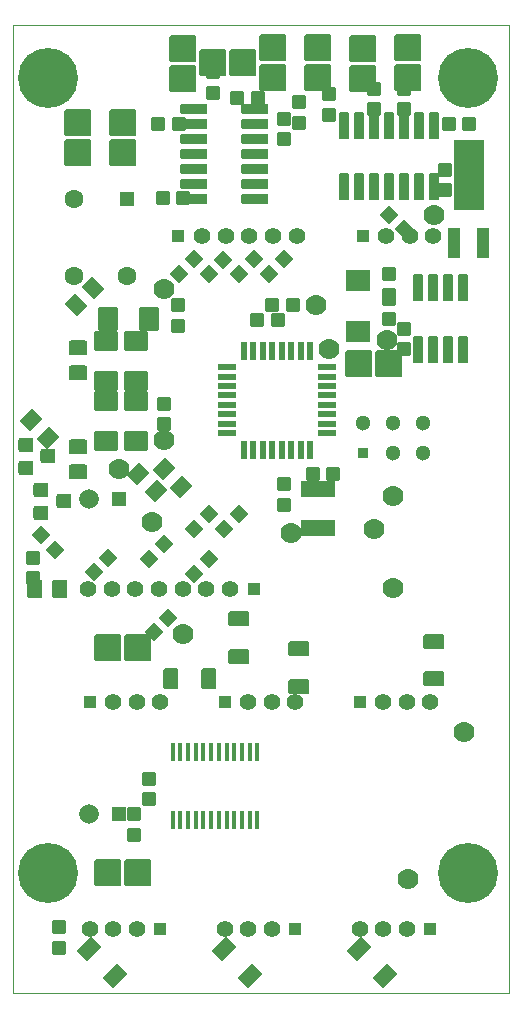
<source format=gbr>
G04 PROTEUS GERBER X2 FILE*
%TF.GenerationSoftware,Labcenter,Proteus,8.16-SP3-Build36097*%
%TF.CreationDate,2024-05-04T02:13:19+00:00*%
%TF.FileFunction,Soldermask,Bot*%
%TF.FilePolarity,Negative*%
%TF.Part,Single*%
%TF.SameCoordinates,{03efdd39-6268-421f-b844-547f2104f690}*%
%FSLAX45Y45*%
%MOMM*%
G01*
%TA.AperFunction,Material*%
%ADD60C,1.778000*%
%AMPPAD055*
4,1,36,
-0.558610,0.603610,
0.558610,0.603610,
0.567680,0.602700,
0.576120,0.600070,
0.583760,0.595920,
0.590420,0.590420,
0.595920,0.583760,
0.600070,0.576120,
0.602700,0.567680,
0.603610,0.558610,
0.603610,-0.558610,
0.602700,-0.567680,
0.600070,-0.576120,
0.595920,-0.583760,
0.590420,-0.590420,
0.583760,-0.595920,
0.576120,-0.600070,
0.567680,-0.602700,
0.558610,-0.603610,
-0.558610,-0.603610,
-0.567680,-0.602700,
-0.576120,-0.600070,
-0.583760,-0.595920,
-0.590420,-0.590420,
-0.595920,-0.583760,
-0.600070,-0.576120,
-0.602700,-0.567680,
-0.603610,-0.558610,
-0.603610,0.558610,
-0.602700,0.567680,
-0.600070,0.576120,
-0.595920,0.583760,
-0.590420,0.590420,
-0.583760,0.595920,
-0.576120,0.600070,
-0.567680,0.602700,
-0.558610,0.603610,
0*%
%ADD61PPAD055*%
%ADD62C,1.670000*%
%AMPPAD076*
4,1,4,
0.279400,0.749300,
-0.279400,0.749300,
-0.279400,-0.749300,
0.279400,-0.749300,
0.279400,0.749300,
0*%
%TA.AperFunction,Material*%
%ADD86PPAD076*%
%AMPPAD077*
4,1,4,
-0.749300,0.279400,
-0.749300,-0.279400,
0.749300,-0.279400,
0.749300,0.279400,
-0.749300,0.279400,
0*%
%ADD87PPAD077*%
%AMPPAD078*
4,1,36,
0.444500,0.571500,
-0.444500,0.571500,
-0.470090,0.568920,
-0.493930,0.561520,
-0.515500,0.549810,
-0.534300,0.534300,
-0.549810,0.515500,
-0.561520,0.493930,
-0.568920,0.470090,
-0.571500,0.444500,
-0.571500,-0.444500,
-0.568920,-0.470090,
-0.561520,-0.493930,
-0.549810,-0.515500,
-0.534300,-0.534300,
-0.515500,-0.549810,
-0.493930,-0.561520,
-0.470090,-0.568920,
-0.444500,-0.571500,
0.444500,-0.571500,
0.470090,-0.568920,
0.493930,-0.561520,
0.515500,-0.549810,
0.534300,-0.534300,
0.549810,-0.515500,
0.561520,-0.493930,
0.568920,-0.470090,
0.571500,-0.444500,
0.571500,0.444500,
0.568920,0.470090,
0.561520,0.493930,
0.549810,0.515500,
0.534300,0.534300,
0.515500,0.549810,
0.493930,0.561520,
0.470090,0.568920,
0.444500,0.571500,
0*%
%TA.AperFunction,Material*%
%ADD88PPAD078*%
%AMPPAD079*
4,1,36,
1.473200,-0.571500,
1.473200,0.571500,
1.470620,0.597090,
1.463220,0.620930,
1.451510,0.642500,
1.436000,0.661300,
1.417200,0.676810,
1.395630,0.688520,
1.371790,0.695920,
1.346200,0.698500,
-1.346200,0.698500,
-1.371790,0.695920,
-1.395630,0.688520,
-1.417200,0.676810,
-1.436000,0.661300,
-1.451510,0.642500,
-1.463220,0.620930,
-1.470620,0.597090,
-1.473200,0.571500,
-1.473200,-0.571500,
-1.470620,-0.597090,
-1.463220,-0.620930,
-1.451510,-0.642500,
-1.436000,-0.661300,
-1.417200,-0.676810,
-1.395630,-0.688520,
-1.371790,-0.695920,
-1.346200,-0.698500,
1.346200,-0.698500,
1.371790,-0.695920,
1.395630,-0.688520,
1.417200,-0.676810,
1.436000,-0.661300,
1.451510,-0.642500,
1.463220,-0.620930,
1.470620,-0.597090,
1.473200,-0.571500,
0*%
%ADD89PPAD079*%
%AMPPAD080*
4,1,4,
-1.016000,0.889000,
-1.016000,-0.889000,
1.016000,-0.889000,
1.016000,0.889000,
-1.016000,0.889000,
0*%
%ADD90PPAD080*%
%AMPPAD081*
4,1,36,
0.317500,1.143000,
-0.317500,1.143000,
-0.343090,1.140420,
-0.366930,1.133020,
-0.388500,1.121310,
-0.407300,1.105800,
-0.422810,1.087000,
-0.434520,1.065430,
-0.441920,1.041590,
-0.444500,1.016000,
-0.444500,-1.016000,
-0.441920,-1.041590,
-0.434520,-1.065430,
-0.422810,-1.087000,
-0.407300,-1.105800,
-0.388500,-1.121310,
-0.366930,-1.133020,
-0.343090,-1.140420,
-0.317500,-1.143000,
0.317500,-1.143000,
0.343090,-1.140420,
0.366930,-1.133020,
0.388500,-1.121310,
0.407300,-1.105800,
0.422810,-1.087000,
0.434520,-1.065430,
0.441920,-1.041590,
0.444500,-1.016000,
0.444500,1.016000,
0.441920,1.041590,
0.434520,1.065430,
0.422810,1.087000,
0.407300,1.105800,
0.388500,1.121310,
0.366930,1.133020,
0.343090,1.140420,
0.317500,1.143000,
0*%
%TA.AperFunction,Material*%
%ADD91PPAD081*%
%AMPPAD069*
4,1,36,
0.462480,-0.513430,
-0.462480,-0.513430,
-0.472750,-0.512390,
-0.482310,-0.509420,
-0.490960,-0.504730,
-0.498500,-0.498500,
-0.504720,-0.490960,
-0.509420,-0.482310,
-0.512390,-0.472750,
-0.513430,-0.462480,
-0.513430,0.462480,
-0.512390,0.472750,
-0.509420,0.482310,
-0.504720,0.490960,
-0.498500,0.498500,
-0.490960,0.504730,
-0.482310,0.509420,
-0.472750,0.512390,
-0.462480,0.513430,
0.462480,0.513430,
0.472750,0.512390,
0.482310,0.509420,
0.490960,0.504730,
0.498500,0.498500,
0.504720,0.490960,
0.509420,0.482310,
0.512390,0.472750,
0.513430,0.462480,
0.513430,-0.462480,
0.512390,-0.472750,
0.509420,-0.482310,
0.504720,-0.490960,
0.498500,-0.498500,
0.490960,-0.504730,
0.482310,-0.509420,
0.472750,-0.512390,
0.462480,-0.513430,
0*%
%TA.AperFunction,Material*%
%ADD79PPAD069*%
%ADD80C,1.410000*%
%AMPPAD082*
4,1,36,
-0.205000,0.735000,
-0.205000,-0.735000,
-0.203980,-0.745080,
-0.201070,-0.754460,
-0.196460,-0.762950,
-0.190350,-0.770350,
-0.182950,-0.776460,
-0.174460,-0.781070,
-0.165080,-0.783980,
-0.155000,-0.785000,
0.155000,-0.785000,
0.165080,-0.783980,
0.174460,-0.781070,
0.182950,-0.776460,
0.190350,-0.770350,
0.196460,-0.762950,
0.201070,-0.754460,
0.203980,-0.745080,
0.205000,-0.735000,
0.205000,0.735000,
0.203980,0.745080,
0.201070,0.754460,
0.196460,0.762950,
0.190350,0.770350,
0.182950,0.776460,
0.174460,0.781070,
0.165080,0.783980,
0.155000,0.785000,
-0.155000,0.785000,
-0.165080,0.783980,
-0.174460,0.781070,
-0.182950,0.776460,
-0.190350,0.770350,
-0.196460,0.762950,
-0.201070,0.754460,
-0.203980,0.745080,
-0.205000,0.735000,
0*%
%TA.AperFunction,Material*%
%ADD92PPAD082*%
%AMPPAD083*
4,1,36,
0.179610,-0.898030,
0.898030,-0.179610,
0.914300,-0.159690,
0.925920,-0.137600,
0.932890,-0.114060,
0.935220,-0.089800,
0.932890,-0.065540,
0.925920,-0.042010,
0.914300,-0.019920,
0.898030,0.000000,
0.000000,0.898030,
-0.019920,0.914300,
-0.042010,0.925920,
-0.065540,0.932890,
-0.089800,0.935220,
-0.114060,0.932890,
-0.137600,0.925920,
-0.159690,0.914300,
-0.179610,0.898030,
-0.898030,0.179610,
-0.914300,0.159690,
-0.925920,0.137600,
-0.932890,0.114060,
-0.935220,0.089800,
-0.932890,0.065540,
-0.925920,0.042010,
-0.914300,0.019920,
-0.898030,0.000000,
0.000000,-0.898030,
0.019920,-0.914300,
0.042010,-0.925920,
0.065540,-0.932890,
0.089800,-0.935220,
0.114060,-0.932890,
0.137600,-0.925920,
0.159690,-0.914300,
0.179610,-0.898030,
0*%
%TA.AperFunction,Material*%
%ADD93PPAD083*%
%AMPPAD084*
4,1,36,
-1.016000,0.698500,
-1.016000,-0.698500,
-1.013420,-0.724090,
-1.006020,-0.747930,
-0.994310,-0.769500,
-0.978800,-0.788300,
-0.960000,-0.803810,
-0.938430,-0.815520,
-0.914590,-0.822920,
-0.889000,-0.825500,
0.889000,-0.825500,
0.914590,-0.822920,
0.938430,-0.815520,
0.960000,-0.803810,
0.978800,-0.788300,
0.994310,-0.769500,
1.006020,-0.747930,
1.013420,-0.724090,
1.016000,-0.698500,
1.016000,0.698500,
1.013420,0.724090,
1.006020,0.747930,
0.994310,0.769500,
0.978800,0.788300,
0.960000,0.803810,
0.938430,0.815520,
0.914590,0.822920,
0.889000,0.825500,
-0.889000,0.825500,
-0.914590,0.822920,
-0.938430,0.815520,
-0.960000,0.803810,
-0.978800,0.788300,
-0.994310,0.769500,
-1.006020,0.747930,
-1.013420,0.724090,
-1.016000,0.698500,
0*%
%ADD94PPAD084*%
%AMPPAD071*
4,1,36,
0.580330,0.530330,
0.580330,-0.530330,
0.579310,-0.540410,
0.576400,-0.549790,
0.571790,-0.558280,
0.565680,-0.565680,
0.558280,-0.571790,
0.549790,-0.576400,
0.540410,-0.579310,
0.530330,-0.580330,
-0.530330,-0.580330,
-0.540410,-0.579310,
-0.549790,-0.576400,
-0.558280,-0.571790,
-0.565680,-0.565680,
-0.571790,-0.558280,
-0.576400,-0.549790,
-0.579310,-0.540410,
-0.580330,-0.530330,
-0.580330,0.530330,
-0.579310,0.540410,
-0.576400,0.549790,
-0.571790,0.558280,
-0.565680,0.565680,
-0.558280,0.571790,
-0.549790,0.576400,
-0.540410,0.579310,
-0.530330,0.580330,
0.530330,0.580330,
0.540410,0.579310,
0.549790,0.576400,
0.558280,0.571790,
0.565680,0.565680,
0.571790,0.558280,
0.576400,0.549790,
0.579310,0.540410,
0.580330,0.530330,
0*%
%TA.AperFunction,Material*%
%ADD81PPAD071*%
%ADD82C,1.600000*%
%AMPPAD085*
4,1,36,
0.718420,0.089800,
0.089800,0.718420,
0.069880,0.734690,
0.047790,0.746320,
0.024260,0.753290,
0.000000,0.755610,
-0.024260,0.753290,
-0.047790,0.746320,
-0.069880,0.734690,
-0.089800,0.718420,
-0.718420,0.089800,
-0.734690,0.069880,
-0.746320,0.047790,
-0.753290,0.024260,
-0.755610,0.000000,
-0.753290,-0.024260,
-0.746320,-0.047790,
-0.734690,-0.069880,
-0.718420,-0.089800,
-0.089800,-0.718420,
-0.069880,-0.734690,
-0.047790,-0.746320,
-0.024260,-0.753290,
0.000000,-0.755610,
0.024260,-0.753290,
0.047790,-0.746320,
0.069880,-0.734690,
0.089800,-0.718420,
0.718420,-0.089800,
0.734690,-0.069880,
0.746320,-0.047790,
0.753290,-0.024260,
0.755610,0.000000,
0.753290,0.024260,
0.746320,0.047790,
0.734690,0.069880,
0.718420,0.089800,
0*%
%TA.AperFunction,Material*%
%ADD95PPAD085*%
%AMPPAD086*
4,1,36,
1.143000,-0.317500,
1.143000,0.317500,
1.140420,0.343090,
1.133020,0.366930,
1.121310,0.388500,
1.105800,0.407300,
1.087000,0.422810,
1.065430,0.434520,
1.041590,0.441920,
1.016000,0.444500,
-1.016000,0.444500,
-1.041590,0.441920,
-1.065430,0.434520,
-1.087000,0.422810,
-1.105800,0.407300,
-1.121310,0.388500,
-1.133020,0.366930,
-1.140420,0.343090,
-1.143000,0.317500,
-1.143000,-0.317500,
-1.140420,-0.343090,
-1.133020,-0.366930,
-1.121310,-0.388500,
-1.105800,-0.407300,
-1.087000,-0.422810,
-1.065430,-0.434520,
-1.041590,-0.441920,
-1.016000,-0.444500,
1.016000,-0.444500,
1.041590,-0.441920,
1.065430,-0.434520,
1.087000,-0.422810,
1.105800,-0.407300,
1.121310,-0.388500,
1.133020,-0.366930,
1.140420,-0.343090,
1.143000,-0.317500,
0*%
%TA.AperFunction,Material*%
%ADD96PPAD086*%
%AMPPAD064*
4,1,36,
1.143000,1.016000,
1.143000,-1.016000,
1.140420,-1.041590,
1.133020,-1.065430,
1.121310,-1.087000,
1.105800,-1.105800,
1.087000,-1.121310,
1.065430,-1.133020,
1.041590,-1.140420,
1.016000,-1.143000,
-1.016000,-1.143000,
-1.041590,-1.140420,
-1.065430,-1.133020,
-1.087000,-1.121310,
-1.105800,-1.105800,
-1.121310,-1.087000,
-1.133020,-1.065430,
-1.140420,-1.041590,
-1.143000,-1.016000,
-1.143000,1.016000,
-1.140420,1.041590,
-1.133020,1.065430,
-1.121310,1.087000,
-1.105800,1.105800,
-1.087000,1.121310,
-1.065430,1.133020,
-1.041590,1.140420,
-1.016000,1.143000,
1.016000,1.143000,
1.041590,1.140420,
1.065430,1.133020,
1.087000,1.121310,
1.105800,1.105800,
1.121310,1.087000,
1.133020,1.065430,
1.140420,1.041590,
1.143000,1.016000,
0*%
%TA.AperFunction,Material*%
%ADD74PPAD064*%
%AMPPAD087*
4,1,36,
-0.698500,-1.016000,
0.698500,-1.016000,
0.724090,-1.013420,
0.747930,-1.006020,
0.769500,-0.994310,
0.788300,-0.978800,
0.803810,-0.960000,
0.815520,-0.938430,
0.822920,-0.914590,
0.825500,-0.889000,
0.825500,0.889000,
0.822920,0.914590,
0.815520,0.938430,
0.803810,0.960000,
0.788300,0.978800,
0.769500,0.994310,
0.747930,1.006020,
0.724090,1.013420,
0.698500,1.016000,
-0.698500,1.016000,
-0.724090,1.013420,
-0.747930,1.006020,
-0.769500,0.994310,
-0.788300,0.978800,
-0.803810,0.960000,
-0.815520,0.938430,
-0.822920,0.914590,
-0.825500,0.889000,
-0.825500,-0.889000,
-0.822920,-0.914590,
-0.815520,-0.938430,
-0.803810,-0.960000,
-0.788300,-0.978800,
-0.769500,-0.994310,
-0.747930,-1.006020,
-0.724090,-1.013420,
-0.698500,-1.016000,
0*%
%ADD97PPAD087*%
%AMPPAD088*
4,1,36,
-0.889000,0.508000,
-0.889000,-0.508000,
-0.886420,-0.533590,
-0.879020,-0.557430,
-0.867310,-0.579000,
-0.851800,-0.597800,
-0.833000,-0.613310,
-0.811430,-0.625020,
-0.787590,-0.632420,
-0.762000,-0.635000,
0.762000,-0.635000,
0.787590,-0.632420,
0.811430,-0.625020,
0.833000,-0.613310,
0.851800,-0.597800,
0.867310,-0.579000,
0.879020,-0.557430,
0.886420,-0.533590,
0.889000,-0.508000,
0.889000,0.508000,
0.886420,0.533590,
0.879020,0.557430,
0.867310,0.579000,
0.851800,0.597800,
0.833000,0.613310,
0.811430,0.625020,
0.787590,0.632420,
0.762000,0.635000,
-0.762000,0.635000,
-0.787590,0.632420,
-0.811430,0.625020,
-0.833000,0.613310,
-0.851800,0.597800,
-0.867310,0.579000,
-0.879020,0.557430,
-0.886420,0.533590,
-0.889000,0.508000,
0*%
%ADD98PPAD088*%
%AMPPAD089*
4,1,36,
-0.508000,-0.889000,
0.508000,-0.889000,
0.533590,-0.886420,
0.557430,-0.879020,
0.579000,-0.867310,
0.597800,-0.851800,
0.613310,-0.833000,
0.625020,-0.811430,
0.632420,-0.787590,
0.635000,-0.762000,
0.635000,0.762000,
0.632420,0.787590,
0.625020,0.811430,
0.613310,0.833000,
0.597800,0.851800,
0.579000,0.867310,
0.557430,0.879020,
0.533590,0.886420,
0.508000,0.889000,
-0.508000,0.889000,
-0.533590,0.886420,
-0.557430,0.879020,
-0.579000,0.867310,
-0.597800,0.851800,
-0.613310,0.833000,
-0.625020,0.811430,
-0.632420,0.787590,
-0.635000,0.762000,
-0.635000,-0.762000,
-0.632420,-0.787590,
-0.625020,-0.811430,
-0.613310,-0.833000,
-0.597800,-0.851800,
-0.579000,-0.867310,
-0.557430,-0.879020,
-0.533590,-0.886420,
-0.508000,-0.889000,
0*%
%ADD99PPAD089*%
%AMPPAD090*
4,1,36,
-0.987830,-0.269410,
-0.269410,-0.987830,
-0.249490,-1.004100,
-0.227400,-1.015720,
-0.203870,-1.022700,
-0.179610,-1.025020,
-0.155340,-1.022700,
-0.131810,-1.015720,
-0.109720,-1.004100,
-0.089800,-0.987830,
0.987830,0.089800,
1.004100,0.109720,
1.015720,0.131810,
1.022700,0.155340,
1.025020,0.179610,
1.022700,0.203870,
1.015720,0.227400,
1.004100,0.249490,
0.987830,0.269410,
0.269410,0.987830,
0.249490,1.004100,
0.227400,1.015720,
0.203870,1.022700,
0.179610,1.025020,
0.155340,1.022700,
0.131810,1.015720,
0.109720,1.004100,
0.089800,0.987830,
-0.987830,-0.089800,
-1.004100,-0.109720,
-1.015720,-0.131810,
-1.022700,-0.155340,
-1.025020,-0.179610,
-1.022700,-0.203870,
-1.015720,-0.227400,
-1.004100,-0.249490,
-0.987830,-0.269410,
0*%
%ADD100PPAD090*%
%AMPPAD091*
4,1,36,
0.898030,0.179610,
0.179610,0.898030,
0.159690,0.914300,
0.137600,0.925920,
0.114060,0.932890,
0.089800,0.935220,
0.065540,0.932890,
0.042010,0.925920,
0.019920,0.914300,
0.000000,0.898030,
-0.898030,0.000000,
-0.914300,-0.019920,
-0.925920,-0.042010,
-0.932890,-0.065540,
-0.935220,-0.089800,
-0.932890,-0.114060,
-0.925920,-0.137600,
-0.914300,-0.159690,
-0.898030,-0.179610,
-0.179610,-0.898030,
-0.159690,-0.914300,
-0.137600,-0.925920,
-0.114060,-0.932890,
-0.089800,-0.935220,
-0.065540,-0.932890,
-0.042010,-0.925920,
-0.019920,-0.914300,
0.000000,-0.898030,
0.898030,0.000000,
0.914300,0.019920,
0.925920,0.042010,
0.932890,0.065540,
0.935220,0.089800,
0.932890,0.114060,
0.925920,0.137600,
0.914300,0.159690,
0.898030,0.179610,
0*%
%ADD101PPAD091*%
%AMPPAD073*
4,1,4,
-0.459610,0.459610,
0.459610,0.459610,
0.459610,-0.459610,
-0.459610,-0.459610,
-0.459610,0.459610,
0*%
%TA.AperFunction,Material*%
%ADD83PPAD073*%
%ADD84C,1.300000*%
%AMPPAD092*
4,1,4,
-0.500000,1.250000,
-0.500000,-1.250000,
0.500000,-1.250000,
0.500000,1.250000,
-0.500000,1.250000,
0*%
%TA.AperFunction,Material*%
%ADD102PPAD092*%
%AMPPAD093*
4,1,4,
-1.250000,3.000000,
-1.250000,-3.000000,
1.250000,-3.000000,
1.250000,3.000000,
-1.250000,3.000000,
0*%
%ADD103PPAD093*%
%TA.AperFunction,Material*%
%ADD85C,5.080000*%
%AMPPAD094*
4,1,36,
-0.635000,0.444500,
-0.635000,-0.444500,
-0.632420,-0.470090,
-0.625020,-0.493930,
-0.613310,-0.515500,
-0.597800,-0.534300,
-0.579000,-0.549810,
-0.557430,-0.561520,
-0.533590,-0.568920,
-0.508000,-0.571500,
0.508000,-0.571500,
0.533590,-0.568920,
0.557430,-0.561520,
0.579000,-0.549810,
0.597800,-0.534300,
0.613310,-0.515500,
0.625020,-0.493930,
0.632420,-0.470090,
0.635000,-0.444500,
0.635000,0.444500,
0.632420,0.470090,
0.625020,0.493930,
0.613310,0.515500,
0.597800,0.534300,
0.579000,0.549810,
0.557430,0.561520,
0.533590,0.568920,
0.508000,0.571500,
-0.508000,0.571500,
-0.533590,0.568920,
-0.557430,0.561520,
-0.579000,0.549810,
-0.597800,0.534300,
-0.613310,0.515500,
-0.625020,0.493930,
-0.632420,0.470090,
-0.635000,0.444500,
0*%
%TA.AperFunction,Material*%
%ADD104PPAD094*%
%AMPPAD095*
4,1,36,
-0.508000,-0.762000,
0.508000,-0.762000,
0.533590,-0.759420,
0.557430,-0.752020,
0.579000,-0.740310,
0.597800,-0.724800,
0.613310,-0.706000,
0.625020,-0.684430,
0.632420,-0.660590,
0.635000,-0.635000,
0.635000,0.635000,
0.632420,0.660590,
0.625020,0.684430,
0.613310,0.706000,
0.597800,0.724800,
0.579000,0.740310,
0.557430,0.752020,
0.533590,0.759420,
0.508000,0.762000,
-0.508000,0.762000,
-0.533590,0.759420,
-0.557430,0.752020,
-0.579000,0.740310,
-0.597800,0.724800,
-0.613310,0.706000,
-0.625020,0.684430,
-0.632420,0.660590,
-0.635000,0.635000,
-0.635000,-0.635000,
-0.632420,-0.660590,
-0.625020,-0.684430,
-0.613310,-0.706000,
-0.597800,-0.724800,
-0.579000,-0.740310,
-0.557430,-0.752020,
-0.533590,-0.759420,
-0.508000,-0.762000,
0*%
%TA.AperFunction,Material*%
%ADD105PPAD095*%
%AMPPAD096*
4,1,36,
0.762000,-0.508000,
0.762000,0.508000,
0.759420,0.533590,
0.752020,0.557430,
0.740310,0.579000,
0.724800,0.597800,
0.706000,0.613310,
0.684430,0.625020,
0.660590,0.632420,
0.635000,0.635000,
-0.635000,0.635000,
-0.660590,0.632420,
-0.684430,0.625020,
-0.706000,0.613310,
-0.724800,0.597800,
-0.740310,0.579000,
-0.752020,0.557430,
-0.759420,0.533590,
-0.762000,0.508000,
-0.762000,-0.508000,
-0.759420,-0.533590,
-0.752020,-0.557430,
-0.740310,-0.579000,
-0.724800,-0.597800,
-0.706000,-0.613310,
-0.684430,-0.625020,
-0.660590,-0.632420,
-0.635000,-0.635000,
0.635000,-0.635000,
0.660590,-0.632420,
0.684430,-0.625020,
0.706000,-0.613310,
0.724800,-0.597800,
0.740310,-0.579000,
0.752020,-0.557430,
0.759420,-0.533590,
0.762000,-0.508000,
0*%
%ADD106PPAD096*%
%TA.AperFunction,Profile*%
%ADD34C,0.101600*%
%TD.AperFunction*%
D60*
X-795355Y+1508605D03*
X-802301Y+229721D03*
X+975698Y-523395D03*
X-902723Y-464041D03*
X-1183302Y-15395D03*
X+273502Y-557667D03*
X+594632Y+1000407D03*
X+1090653Y+1078037D03*
X+1489407Y+2135718D03*
X-635000Y-1412395D03*
X+1268320Y-3484744D03*
X+492198Y+1373693D03*
X+1737698Y-2239395D03*
X+1143000Y-241000D03*
X+1143000Y-1016000D03*
D61*
X-1183302Y-269395D03*
D62*
X-1433302Y-269395D03*
D61*
X-1183302Y-2936395D03*
D62*
X-1433302Y-2936395D03*
D86*
X-121302Y+990226D03*
X-41302Y+990226D03*
X+38698Y+990226D03*
X+118698Y+990226D03*
X+198698Y+990226D03*
X+278698Y+990226D03*
X+358698Y+990226D03*
X+438698Y+990226D03*
D87*
X+578698Y+850226D03*
X+578698Y+770226D03*
X+578698Y+690226D03*
X+578698Y+610226D03*
X+578698Y+530226D03*
X+578698Y+450226D03*
X+578698Y+370226D03*
X+578698Y+290226D03*
D86*
X+438698Y+150226D03*
X+358698Y+150226D03*
X+278698Y+150226D03*
X+198698Y+150226D03*
X+118698Y+150226D03*
X+38698Y+150226D03*
X-41302Y+150226D03*
X-121302Y+150226D03*
D87*
X-261302Y+290226D03*
X-261302Y+370226D03*
X-261302Y+450226D03*
X-261302Y+530226D03*
X-261302Y+610226D03*
X-261302Y+690226D03*
X-261302Y+770226D03*
X-261302Y+850226D03*
D88*
X+164418Y+1245226D03*
X-8302Y+1245226D03*
X+462280Y-56036D03*
X+635000Y-56036D03*
D89*
X+508000Y-508000D03*
X+508000Y-182880D03*
D88*
X+118698Y+1372226D03*
X+291418Y+1372226D03*
X+1102698Y+1254605D03*
X+1102698Y+1427325D03*
X+1102698Y+1635605D03*
X+1102698Y+1462885D03*
D90*
X+847698Y+1578226D03*
X+847698Y+1146426D03*
D91*
X+1347525Y+1517778D03*
X+1474525Y+1517778D03*
X+1601525Y+1517778D03*
X+1728525Y+1517778D03*
X+1728525Y+997078D03*
X+1601525Y+997078D03*
X+1474525Y+997078D03*
X+1347525Y+997078D03*
D79*
X-676302Y+1959226D03*
D80*
X-476302Y+1959226D03*
X-276302Y+1959226D03*
X-76302Y+1959226D03*
X+123698Y+1959226D03*
X+323698Y+1959226D03*
D79*
X+882698Y+1959226D03*
D80*
X+1082698Y+1959226D03*
X+1282698Y+1959226D03*
X+1482698Y+1959226D03*
D79*
X-40302Y-1031395D03*
D80*
X-240302Y-1031395D03*
X-440302Y-1031395D03*
X-640302Y-1031395D03*
X-840302Y-1031395D03*
X-1040302Y-1031395D03*
X-1240302Y-1031395D03*
X-1440302Y-1031395D03*
D92*
X-725426Y-2406650D03*
X-660426Y-2406650D03*
X-595426Y-2406650D03*
X-530426Y-2406650D03*
X-465426Y-2406650D03*
X-399938Y-2406650D03*
X-334914Y-2406650D03*
X-269426Y-2406650D03*
X-204426Y-2406650D03*
X-139426Y-2406650D03*
X-74426Y-2406650D03*
X-9426Y-2406650D03*
X-9426Y-2980650D03*
X-74426Y-2980650D03*
X-139426Y-2980650D03*
X-204426Y-2980650D03*
X-269426Y-2980650D03*
X-334914Y-2980650D03*
X-399938Y-2980650D03*
X-465426Y-2980650D03*
X-530426Y-2980650D03*
X-595426Y-2980650D03*
X-660426Y-2980650D03*
X-725426Y-2980650D03*
D79*
X-1429334Y-1981140D03*
D80*
X-1229334Y-1981140D03*
X-1029334Y-1981140D03*
X-829334Y-1981140D03*
D79*
X-286426Y-1986650D03*
D80*
X-86426Y-1986650D03*
X+113574Y-1986650D03*
X+313574Y-1986650D03*
D79*
X+856574Y-1986650D03*
D80*
X+1056574Y-1986650D03*
X+1256574Y-1986650D03*
X+1456574Y-1986650D03*
D79*
X+1456574Y-3908650D03*
D80*
X+1256574Y-3908650D03*
X+1056574Y-3908650D03*
X+856574Y-3908650D03*
D79*
X+313574Y-3908650D03*
D80*
X+113574Y-3908650D03*
X-86426Y-3908650D03*
X-286426Y-3908650D03*
D79*
X-829426Y-3908650D03*
D80*
X-1029426Y-3908650D03*
X-1229426Y-3908650D03*
X-1429426Y-3908650D03*
D88*
X-802302Y+538325D03*
X-802302Y+365605D03*
D93*
X-1547868Y+1373132D03*
X-1397000Y+1524000D03*
D94*
X-1038302Y+562226D03*
X-1038302Y+222226D03*
X-1292302Y+562226D03*
X-1292302Y+222226D03*
X-1038302Y+730226D03*
X-1038302Y+1070226D03*
X-1292302Y+730226D03*
X-1292302Y+1070226D03*
D81*
X-1114302Y+2270605D03*
D82*
X-1114302Y+1620605D03*
X-1564302Y+2270605D03*
X-1564302Y+1620605D03*
D88*
X-682249Y+1374658D03*
X-682249Y+1201938D03*
D95*
X+1229698Y+2016605D03*
X+1107567Y+2138736D03*
D88*
X+213698Y+2951325D03*
X+213698Y+2778605D03*
X+1582423Y+2522538D03*
X+1582423Y+2349818D03*
D95*
X-548302Y+1762605D03*
X-670433Y+1640474D03*
X-299170Y+1757737D03*
X-421301Y+1635606D03*
X-40302Y+1762605D03*
X-162433Y+1640474D03*
X+213698Y+1762605D03*
X+91567Y+1640474D03*
D96*
X-27602Y+3032605D03*
X-27602Y+2905605D03*
X-27602Y+2778605D03*
X-27602Y+2651605D03*
X-27602Y+2524605D03*
X-27602Y+2397605D03*
X-27602Y+2270605D03*
X-548302Y+2270605D03*
X-548302Y+2397605D03*
X-548302Y+2524605D03*
X-548302Y+2651605D03*
X-548302Y+2778605D03*
X-548302Y+2905605D03*
X-548302Y+3032605D03*
D91*
X+1483698Y+2372205D03*
X+1356698Y+2372205D03*
X+1229698Y+2372205D03*
X+1102698Y+2372205D03*
X+975698Y+2372205D03*
X+848698Y+2372205D03*
X+721698Y+2372205D03*
X+721698Y+2892905D03*
X+848698Y+2892905D03*
X+975698Y+2892905D03*
X+1102698Y+2892905D03*
X+1229698Y+2892905D03*
X+1356698Y+2892905D03*
X+1483698Y+2892905D03*
D74*
X+886652Y+3540605D03*
X+886652Y+3286605D03*
X+1270000Y+3556000D03*
X+1270000Y+3302000D03*
D88*
X+975698Y+3205325D03*
X+975698Y+3032605D03*
X+1229698Y+3205325D03*
X+1229698Y+3032605D03*
X+1783418Y+2905605D03*
X+1610698Y+2905605D03*
X-6582Y+3131605D03*
X-179302Y+3131605D03*
D74*
X-635000Y+3286605D03*
X-635000Y+3540605D03*
X-381000Y+3429000D03*
X-127000Y+3429000D03*
X+127000Y+3302000D03*
X+127000Y+3556000D03*
X+508000Y+3302000D03*
X+508000Y+3556000D03*
D88*
X-807720Y+2286000D03*
X-635000Y+2286000D03*
X-381000Y+3347720D03*
X-381000Y+3175000D03*
X+340698Y+3093720D03*
X+340698Y+2921000D03*
X+594698Y+3159605D03*
X+594698Y+2986885D03*
D97*
X-1269302Y+1254605D03*
X-929302Y+1254605D03*
D88*
X-675302Y+2905605D03*
X-848022Y+2905605D03*
D98*
X-167302Y-1285395D03*
X-167302Y-1600355D03*
D99*
X-736262Y-1793395D03*
X-421302Y-1793395D03*
D98*
X+340698Y-1854355D03*
X+340698Y-1539395D03*
X+1483698Y-1793395D03*
X+1483698Y-1478435D03*
D100*
X-294302Y-4079395D03*
X-71592Y-4302106D03*
X-1437302Y-4079395D03*
X-1214592Y-4302106D03*
X+848698Y-4079395D03*
X+1071409Y-4302105D03*
D88*
X-1056302Y-3109115D03*
X-1056302Y-2936395D03*
D101*
X-869638Y-202059D03*
X-1020506Y-51191D03*
X-651434Y-166264D03*
X-802302Y-15395D03*
D83*
X+889000Y+127000D03*
D84*
X+889000Y+381000D03*
X+1143000Y+127000D03*
X+1143000Y+381000D03*
X+1397000Y+127000D03*
X+1397000Y+381000D03*
D88*
X+213699Y-315115D03*
X+213699Y-142395D03*
D95*
X-543434Y-899526D03*
X-421303Y-777395D03*
X-289433Y-518526D03*
X-167302Y-396395D03*
X-543433Y-518526D03*
X-421302Y-396395D03*
X-924433Y-772527D03*
X-802302Y-650396D03*
X-1392131Y-884132D03*
X-1270000Y-762000D03*
D88*
X-929302Y-2809395D03*
X-929302Y-2636675D03*
X+1229698Y+1000605D03*
X+1229698Y+1173325D03*
D74*
X+848698Y+873605D03*
X+1102698Y+873605D03*
X-1270000Y-1524000D03*
X-1016000Y-1524000D03*
X-1270000Y-3429000D03*
X-1016000Y-3429000D03*
D95*
X-884132Y-1392132D03*
X-762000Y-1270000D03*
D88*
X-1691302Y-4064000D03*
X-1691302Y-3891280D03*
D102*
X+1905000Y+1905000D03*
X+1655000Y+1905000D03*
D103*
X+1780000Y+2480000D03*
D85*
X-1778000Y+3302000D03*
X+1778000Y+3302000D03*
X-1778000Y-3429000D03*
X+1778000Y-3429000D03*
D104*
X-1778000Y+93980D03*
X-1968500Y+0D03*
X-1968500Y+187960D03*
X-1649680Y-287020D03*
X-1840180Y-381000D03*
X-1840180Y-193040D03*
D101*
X-1778000Y+254000D03*
X-1928868Y+404869D03*
D95*
X-1840180Y-572821D03*
X-1718048Y-694952D03*
D105*
X-1894793Y-1026207D03*
X-1681433Y-1026207D03*
D88*
X-1905000Y-762000D03*
X-1905000Y-934720D03*
D106*
X-1524000Y-40640D03*
X-1524000Y+172720D03*
D74*
X-1524000Y+2667000D03*
X-1524000Y+2921000D03*
X-1143000Y+2667000D03*
X-1143000Y+2921000D03*
D106*
X-1524001Y+802640D03*
X-1524000Y+1016000D03*
D34*
X-2077000Y-4450000D02*
X+2123000Y-4450000D01*
X+2123000Y+3750000D01*
X-2077000Y+3750000D01*
X-2077000Y-4450000D01*
M02*

</source>
